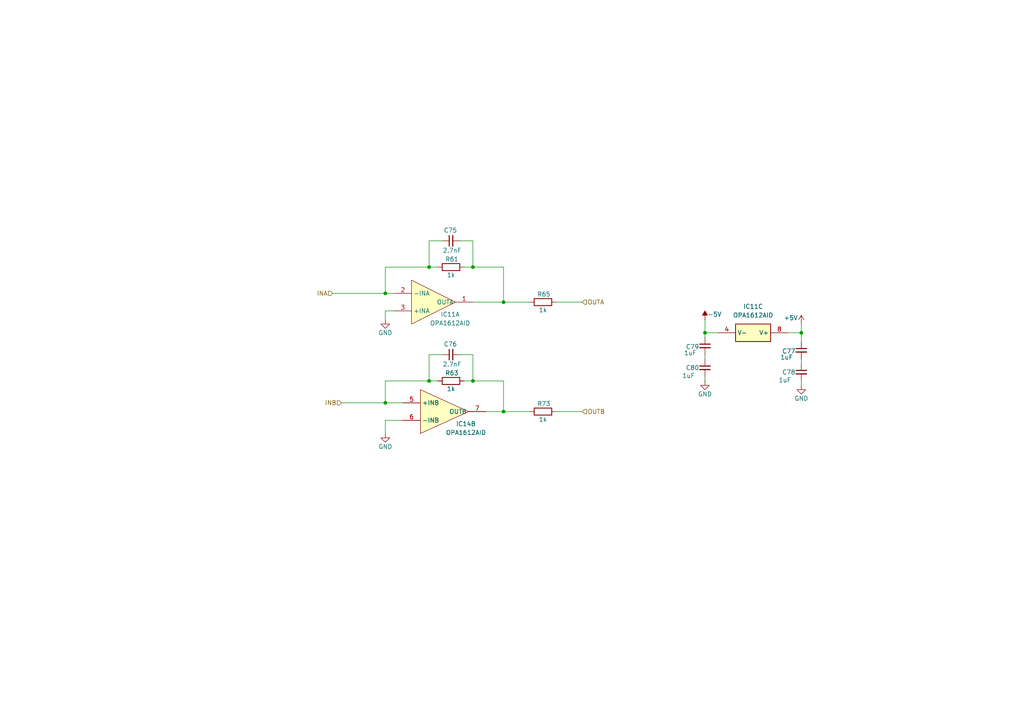
<source format=kicad_sch>
(kicad_sch (version 20250114) (generator "eeschema") (generator_version "9.0")
  (paper "A4")
  (lib_symbols
    (symbol "Device:C_Small" (pin_numbers (hide yes)) (pin_names (offset 0.254) (hide yes))
      (property "Reference" "C" (at 0.254 1.778 0))
      (property "Value" "C_Small" (at 0.254 -2.032 0))
      (symbol "C_Small_0_1"
        (polyline (pts (xy -1.524 0.508) (xy 1.524 0.508)) (stroke (width 0.3048)))
        (polyline (pts (xy -1.524 -0.508) (xy 1.524 -0.508)) (stroke (width 0.3302)))
      )
      (symbol "C_Small_1_1"
        (pin passive line (at 0 2.54 270) (length 2.032) (name "~") (number "1"))
        (pin passive line (at 0 -2.54 90) (length 2.032) (name "~") (number "2"))
      )
    )
    (symbol "Device:R" (pin_numbers (hide yes)) (pin_names (offset 0))
      (property "Reference" "R" (at 2.032 0 90))
      (property "Value" "R" (at 0 0 90))
      (symbol "R_0_1"
        (rectangle (start -1.016 -2.54) (end 1.016 2.54) (stroke (width 0.254)))
      )
      (symbol "R_1_1"
        (pin passive line (at 0 3.81 270) (length 1.27) (name "~") (number "1"))
        (pin passive line (at 0 -3.81 90) (length 1.27) (name "~") (number "2"))
      )
    )
    (symbol "OPA1612AID:OPA1612AID"
      (property "Reference" "IC" (at 8.128 -3.556 0))
      (property "Value" "OPA1612AID" (at 8.128 -6.096 0))
      (symbol "OPA1612AID_1_1"
        (polyline (pts (xy -1.27 6.35) (xy -1.27 -6.35) (xy 11.43 0) (xy -1.27 6.35)) (fill (type background)))
        (pin passive line (at -6.35 2.54 0) (length 5.08) (name "-INA") (number "2"))
        (pin passive line (at -6.35 -2.54 0) (length 5.08) (name "+INA") (number "3"))
        (pin passive line (at 16.51 0 180) (length 5.08) (name "OUTA") (number "1"))
      )
      (symbol "OPA1612AID_2_1"
        (polyline (pts (xy -1.27 6.35) (xy -1.27 -6.35) (xy 11.43 0) (xy -1.27 6.35)) (fill (type background)))
        (pin passive line (at -6.35 2.54 0) (length 5.08) (name "+INB") (number "5"))
        (pin passive line (at -6.35 -2.54 0) (length 5.08) (name "-INB") (number "6"))
        (pin passive line (at 16.51 0 180) (length 5.08) (name "OUTB") (number "7"))
      )
      (symbol "OPA1612AID_3_1"
        (rectangle (start 5.08 2.54) (end 15.24 -2.54) (stroke (width 0.254)) (fill (type background)))
        (pin passive line (at 0 0 0) (length 5.08) (name "V-") (number "4"))
        (pin passive line (at 20.32 0 180) (length 5.08) (name "V+") (number "8"))
      )
    )
    (symbol "OPA1612AID_1"
      (property "Reference" "IC13" (at 5.715 11.43 0))
      (property "Value" "OPA1612AID" (at 5.715 8.89 0))
      (symbol "OPA1612AID_1_1_1"
        (polyline (pts (xy -1.27 6.35) (xy -1.27 -6.35) (xy 13.97 0) (xy -1.27 6.35)) (fill (type background)))
        (pin passive line (at -6.35 2.54 0) (length 5.08) (name "-INA") (number "2"))
        (pin passive line (at -6.35 -2.54 0) (length 5.08) (name "+INA") (number "3"))
        (pin passive line (at 19.05 0 180) (length 5.08) (name "OUTA") (number "1"))
      )
      (symbol "OPA1612AID_1_2_1"
        (polyline (pts (xy -1.27 6.35) (xy -1.27 -6.35) (xy 12.7 0) (xy -1.27 6.35)) (fill (type background)))
        (pin passive line (at -6.35 2.54 0) (length 5.08) (name "+INB") (number "5"))
        (pin passive line (at -6.35 -2.54 0) (length 5.08) (name "-INB") (number "6"))
        (pin passive line (at 17.78 0 180) (length 5.08) (name "OUTB") (number "7"))
      )
      (symbol "OPA1612AID_1_3_1"
        (rectangle (start 5.08 2.54) (end 15.24 -2.54) (stroke (width 0.254)) (fill (type background)))
        (pin passive line (at 0 0 0) (length 5.08) (name "V-") (number "4"))
        (pin passive line (at 20.32 0 180) (length 5.08) (name "V+") (number "8"))
      )
    )
    (symbol "power:+5V" (power) (pin_numbers (hide yes)) (pin_names (offset 0) (hide yes))
      (property "Value" "+5V" (at 0 3.556 0))
      (symbol "+5V_0_1"
        (polyline (pts (xy -0.762 1.27) (xy 0 2.54)))
        (polyline (pts (xy 0 2.54) (xy 0.762 1.27)))
        (polyline (pts (xy 0 0) (xy 0 2.54)))
      )
      (symbol "+5V_1_1"
        (pin power_in line (at 0 0 90) (length 0) (name "~") (number "1"))
      )
    )
    (symbol "power:-5V" (power) (pin_numbers (hide yes)) (pin_names (offset 0) (hide yes))
      (property "Value" "-5V" (at 0 3.556 0))
      (symbol "-5V_0_0"
        (pin power_in line (at 0 0 90) (length 0) (name "~") (number "1"))
      )
      (symbol "-5V_0_1"
        (polyline (pts (xy 0 0) (xy 0 1.27) (xy 0.762 1.27) (xy 0 2.54) (xy -0.762 1.27) (xy 0 1.27)) (fill (type outline)))
      )
    )
    (symbol "power:GND" (power) (pin_numbers (hide yes)) (pin_names (offset 0) (hide yes))
      (property "Value" "GND" (at 0 -3.81 0))
      (symbol "GND_0_1"
        (polyline (pts (xy 0 0) (xy 0 -1.27) (xy 1.27 -1.27) (xy 0 -2.54) (xy -1.27 -1.27) (xy 0 -1.27)))
      )
      (symbol "GND_1_1"
        (pin power_in line (at 0 0 270) (length 0) (name "~") (number "1"))
      )
    )
  )
  (junction (at 124.46 110.49))
  (junction (at 137.16 110.49))
  (junction (at 146.05 87.63))
  (junction (at 124.46 77.47))
  (junction (at 146.05 119.38))
  (junction (at 204.47 96.52))
  (junction (at 111.76 85.09))
  (junction (at 137.16 77.47))
  (junction (at 111.76 116.84))
  (junction (at 232.41 96.52))
  (wire (pts (xy 137.16 77.47) (xy 146.05 77.47)))
  (wire (pts (xy 204.47 92.71) (xy 204.47 96.52)))
  (wire (pts (xy 111.76 77.47) (xy 124.46 77.47)))
  (wire (pts (xy 232.41 96.52) (xy 232.41 99.06)))
  (wire (pts (xy 111.76 77.47) (xy 111.76 85.09)))
  (wire (pts (xy 127 77.47) (xy 124.46 77.47)))
  (wire (pts (xy 204.47 96.52) (xy 204.47 97.79)))
  (wire (pts (xy 124.46 110.49) (xy 127 110.49)))
  (wire (pts (xy 232.41 93.98) (xy 232.41 96.52)))
  (wire (pts (xy 124.46 102.87) (xy 128.27 102.87)))
  (wire (pts (xy 116.84 121.92) (xy 111.76 121.92)))
  (wire (pts (xy 124.46 102.87) (xy 124.46 110.49)))
  (wire (pts (xy 133.35 69.85) (xy 137.16 69.85)))
  (wire (pts (xy 146.05 119.38) (xy 153.67 119.38)))
  (wire (pts (xy 111.76 110.49) (xy 124.46 110.49)))
  (wire (pts (xy 232.41 111.76) (xy 232.41 110.49)))
  (wire (pts (xy 111.76 85.09) (xy 114.3 85.09)))
  (wire (pts (xy 161.29 119.38) (xy 168.91 119.38)))
  (wire (pts (xy 146.05 110.49) (xy 146.05 119.38)))
  (wire (pts (xy 137.16 69.85) (xy 137.16 77.47)))
  (wire (pts (xy 124.46 69.85) (xy 124.46 77.47)))
  (wire (pts (xy 161.29 87.63) (xy 168.91 87.63)))
  (wire (pts (xy 128.27 69.85) (xy 124.46 69.85)))
  (wire (pts (xy 99.06 116.84) (xy 111.76 116.84)))
  (wire (pts (xy 137.16 102.87) (xy 137.16 110.49)))
  (wire (pts (xy 114.3 90.17) (xy 111.76 90.17)))
  (wire (pts (xy 111.76 121.92) (xy 111.76 125.73)))
  (wire (pts (xy 134.62 110.49) (xy 137.16 110.49)))
  (wire (pts (xy 111.76 110.49) (xy 111.76 116.84)))
  (wire (pts (xy 204.47 96.52) (xy 208.28 96.52)))
  (wire (pts (xy 96.52 85.09) (xy 111.76 85.09)))
  (wire (pts (xy 140.97 119.38) (xy 146.05 119.38)))
  (wire (pts (xy 204.47 102.87) (xy 204.47 104.14)))
  (wire (pts (xy 133.35 102.87) (xy 137.16 102.87)))
  (wire (pts (xy 111.76 90.17) (xy 111.76 92.71)))
  (wire (pts (xy 134.62 77.47) (xy 137.16 77.47)))
  (wire (pts (xy 146.05 77.47) (xy 146.05 87.63)))
  (wire (pts (xy 204.47 109.22) (xy 204.47 110.49)))
  (wire (pts (xy 137.16 110.49) (xy 146.05 110.49)))
  (wire (pts (xy 228.6 96.52) (xy 232.41 96.52)))
  (wire (pts (xy 111.76 116.84) (xy 116.84 116.84)))
  (wire (pts (xy 137.16 87.63) (xy 146.05 87.63)))
  (wire (pts (xy 232.41 104.14) (xy 232.41 105.41)))
  (wire (pts (xy 146.05 87.63) (xy 153.67 87.63)))
  (hierarchical_label "INB" (shape input) (at 99.06 116.84 180))
  (hierarchical_label "OUTA" (shape input) (at 168.91 87.63 0))
  (hierarchical_label "INA" (shape input) (at 96.52 85.09 180))
  (hierarchical_label "OUTB" (shape input) (at 168.91 119.38 0))
  (symbol (lib_id "Device:C_Small") (at 204.47 100.33 0) (unit 1)
    (property "Reference" "C71" (at 198.882 100.584 0) (effects (justify left)))
    (property "Value" "1uF" (at 198.374 102.362 0) (effects (justify left)))
    (property "Description" "Unpolarized capacitor, small symbol" (effects (hide yes)))
    (instances (project "pcb" (path "" (reference "C79") (unit 1)) (path "" (reference "C71") (unit 1))))
  )
  (symbol (lib_id "Device:C_Small") (at 130.81 69.85 90) (unit 1)
    (property "Reference" "C73" (at 132.588 66.802 90) (effects (justify left)))
    (property "Value" "2.7nF" (at 133.858 72.644 90) (effects (justify left)))
    (property "Description" "Unpolarized capacitor, small symbol" (effects (hide yes)))
    (instances (project "pcb" (path "" (reference "C75") (unit 1)) (path "" (reference "C73") (unit 1))))
  )
  (symbol (lib_name "OPA1612AID_1") (lib_id "OPA1612AID:OPA1612AID") (at 123.19 119.38 0) (unit 2)
    (property "Reference" "IC13" (at 135.128 122.936 0))
    (property "Value" "OPA1612AID" (at 135.128 125.476 0))
    (property "Footprint" "SOIC127P600X175-8N" (effects (hide yes)))
    (property "Datasheet" "https://www.ti.com/lit/gpn/OPA1612" (effects (hide yes)))
    (property "Description" "Audio Amplifiers 1.1nV Noise Low Pwr Prec Op Amp" (effects (hide yes)))
    (property "Height" "1.75" (effects (hide yes)))
    (property "Mouser Part Number" "595-OPA1612AID" (effects (hide yes)))
    (property "Mouser Price/Stock" "https://www.mouser.co.uk/ProductDetail/Texas-Instruments/OPA1612AID?qs=6805eV47HhZ33ht61fXkkg%3D%3D" (effects (hide yes)))
    (property "Manufacturer_Name" "Texas Instruments" (effects (hide yes)))
    (property "Manufacturer_Part_Number" "OPA1612AID" (effects (hide yes)))
    (instances (project "" (path "" (reference "IC14") (unit 2)) (path "" (reference "IC13") (unit 2))))
  )
  (symbol (lib_id "power:-5V") (at 204.47 92.71 0) (unit 1)
    (property "Reference" "#PWR0111" (effects (hide yes)))
    (property "Value" "-5V" (at 207.264 91.186 0))
    (property "Description" "Power symbol creates a global label with name \"-5V\"" (effects (hide yes)))
    (instances (project "pcb" (path "" (reference "#PWR0113") (unit 1)) (path "" (reference "#PWR0111") (unit 1))))
  )
  (symbol (lib_id "Device:R") (at 130.81 77.47 90) (unit 1)
    (property "Reference" "R41" (at 131.064 75.184 90))
    (property "Value" "1k" (at 130.81 79.756 90))
    (property "Description" "Resistor" (effects (hide yes)))
    (instances (project "pcb" (path "" (reference "R61") (unit 1)) (path "" (reference "R41") (unit 1))))
  )
  (symbol (lib_id "Device:R") (at 130.81 110.49 90) (unit 1)
    (property "Reference" "R59" (at 131.064 108.204 90))
    (property "Value" "1k" (at 130.81 112.776 90))
    (property "Description" "Resistor" (effects (hide yes)))
    (instances (project "pcb" (path "" (reference "R63") (unit 1)) (path "" (reference "R59") (unit 1))))
  )
  (symbol (lib_id "Device:R") (at 157.48 119.38 90) (unit 1)
    (property "Reference" "R72" (at 157.734 117.094 90))
    (property "Value" "1k" (at 157.48 121.666 90))
    (property "Description" "Resistor" (effects (hide yes)))
    (instances (project "pcb" (path "" (reference "R73") (unit 1)) (path "" (reference "R72") (unit 1))))
  )
  (symbol (lib_id "power:GND") (at 232.41 111.76 0) (unit 1)
    (property "Reference" "#PWR0131" (effects (hide yes)))
    (property "Value" "GND" (at 232.41 115.57 0))
    (property "Description" "Power symbol creates a global label with name \"GND\" , ground" (effects (hide yes)))
    (instances (project "pcb" (path "" (reference "#PWR0132") (unit 1)) (path "" (reference "#PWR0131") (unit 1))))
  )
  (symbol (lib_id "power:GND") (at 204.47 110.49 0) (unit 1)
    (property "Reference" "#PWR0133" (effects (hide yes)))
    (property "Value" "GND" (at 204.47 114.3 0))
    (property "Description" "Power symbol creates a global label with name \"GND\" , ground" (effects (hide yes)))
    (instances (project "pcb" (path "" (reference "#PWR0134") (unit 1)) (path "" (reference "#PWR0133") (unit 1))))
  )
  (symbol (lib_id "power:GND") (at 111.76 92.71 0) (unit 1)
    (property "Reference" "#PWR0136" (effects (hide yes)))
    (property "Value" "GND" (at 111.76 96.52 0))
    (property "Description" "Power symbol creates a global label with name \"GND\" , ground" (effects (hide yes)))
    (instances (project "pcb" (path "" (reference "#PWR0137") (unit 1)) (path "" (reference "#PWR0136") (unit 1))))
  )
  (symbol (lib_id "Device:C_Small") (at 204.47 106.68 0) (unit 1)
    (property "Reference" "C72" (at 198.882 106.68 0) (effects (justify left)))
    (property "Value" "1uF" (at 197.866 108.966 0) (effects (justify left)))
    (property "Description" "Unpolarized capacitor, small symbol" (effects (hide yes)))
    (instances (project "pcb" (path "" (reference "C80") (unit 1)) (path "" (reference "C72") (unit 1))))
  )
  (symbol (lib_id "OPA1612AID:OPA1612AID") (at 120.65 87.63 0) (unit 1)
    (property "Reference" "IC10" (at 130.556 91.186 0))
    (property "Value" "OPA1612AID" (at 130.556 93.726 0))
    (property "Footprint" "SOIC127P600X175-8N" (effects (hide yes)))
    (property "Datasheet" "https://www.ti.com/lit/gpn/OPA1612" (effects (hide yes)))
    (property "Description" "Audio Amplifiers 1.1nV Noise Low Pwr Prec Op Amp" (effects (hide yes)))
    (property "Height" "1.75" (effects (hide yes)))
    (property "Mouser Part Number" "595-OPA1612AID" (effects (hide yes)))
    (property "Mouser Price/Stock" "https://www.mouser.co.uk/ProductDetail/Texas-Instruments/OPA1612AID?qs=6805eV47HhZ33ht61fXkkg%3D%3D" (effects (hide yes)))
    (property "Manufacturer_Name" "Texas Instruments" (effects (hide yes)))
    (property "Manufacturer_Part_Number" "OPA1612AID" (effects (hide yes)))
    (instances (project "" (path "" (reference "IC11") (unit 1)) (path "" (reference "IC10") (unit 1))))
  )
  (symbol (lib_id "Device:C_Small") (at 232.41 101.6 0) (unit 1)
    (property "Reference" "C10" (at 226.822 101.854 0) (effects (justify left)))
    (property "Value" "1uF" (at 226.314 103.632 0) (effects (justify left)))
    (property "Description" "Unpolarized capacitor, small symbol" (effects (hide yes)))
    (instances (project "pcb" (path "" (reference "C77") (unit 1)) (path "" (reference "C10") (unit 1))))
  )
  (symbol (lib_id "Device:C_Small") (at 130.81 102.87 90) (unit 1)
    (property "Reference" "C74" (at 132.588 99.822 90) (effects (justify left)))
    (property "Value" "2.7nF" (at 133.858 105.664 90) (effects (justify left)))
    (property "Description" "Unpolarized capacitor, small symbol" (effects (hide yes)))
    (instances (project "pcb" (path "" (reference "C76") (unit 1)) (path "" (reference "C74") (unit 1))))
  )
  (symbol (lib_id "Device:R") (at 157.48 87.63 90) (unit 1)
    (property "Reference" "R58" (at 157.734 85.344 90))
    (property "Value" "1k" (at 157.48 89.916 90))
    (property "Description" "Resistor" (effects (hide yes)))
    (instances (project "pcb" (path "" (reference "R65") (unit 1)) (path "" (reference "R58") (unit 1))))
  )
  (symbol (lib_id "OPA1612AID:OPA1612AID") (at 208.28 96.52 0) (unit 3)
    (property "Reference" "IC10" (at 218.44 88.9 0))
    (property "Value" "OPA1612AID" (at 218.44 91.44 0))
    (property "Footprint" "SOIC127P600X175-8N" (effects (hide yes)))
    (property "Datasheet" "https://www.ti.com/lit/gpn/OPA1612" (effects (hide yes)))
    (property "Description" "Audio Amplifiers 1.1nV Noise Low Pwr Prec Op Amp" (effects (hide yes)))
    (property "Height" "1.75" (effects (hide yes)))
    (property "Mouser Part Number" "595-OPA1612AID" (effects (hide yes)))
    (property "Mouser Price/Stock" "https://www.mouser.co.uk/ProductDetail/Texas-Instruments/OPA1612AID?qs=6805eV47HhZ33ht61fXkkg%3D%3D" (effects (hide yes)))
    (property "Manufacturer_Name" "Texas Instruments" (effects (hide yes)))
    (property "Manufacturer_Part_Number" "OPA1612AID" (effects (hide yes)))
    (instances (project "" (path "" (reference "IC11") (unit 3)) (path "" (reference "IC10") (unit 3))))
  )
  (symbol (lib_id "Device:C_Small") (at 232.41 107.95 0) (unit 1)
    (property "Reference" "C11" (at 226.822 107.95 0) (effects (justify left)))
    (property "Value" "1uF" (at 225.806 110.236 0) (effects (justify left)))
    (property "Description" "Unpolarized capacitor, small symbol" (effects (hide yes)))
    (instances (project "pcb" (path "" (reference "C78") (unit 1)) (path "" (reference "C11") (unit 1))))
  )
  (symbol (lib_id "power:GND") (at 111.76 125.73 0) (unit 1)
    (property "Reference" "#PWR0138" (effects (hide yes)))
    (property "Value" "GND" (at 111.76 129.54 0))
    (property "Description" "Power symbol creates a global label with name \"GND\" , ground" (effects (hide yes)))
    (instances (project "pcb" (path "" (reference "#PWR0139") (unit 1)) (path "" (reference "#PWR0138") (unit 1))))
  )
  (symbol (lib_id "power:+5V") (at 232.41 93.98 0) (unit 1)
    (property "Reference" "#PWR0110" (effects (hide yes)))
    (property "Value" "+5V" (at 229.362 92.202 0))
    (property "Description" "Power symbol creates a global label with name \"+5V\"" (effects (hide yes)))
    (instances (project "pcb" (path "" (reference "#PWR0112") (unit 1)) (path "" (reference "#PWR0110") (unit 1))))
  )
)
</source>
